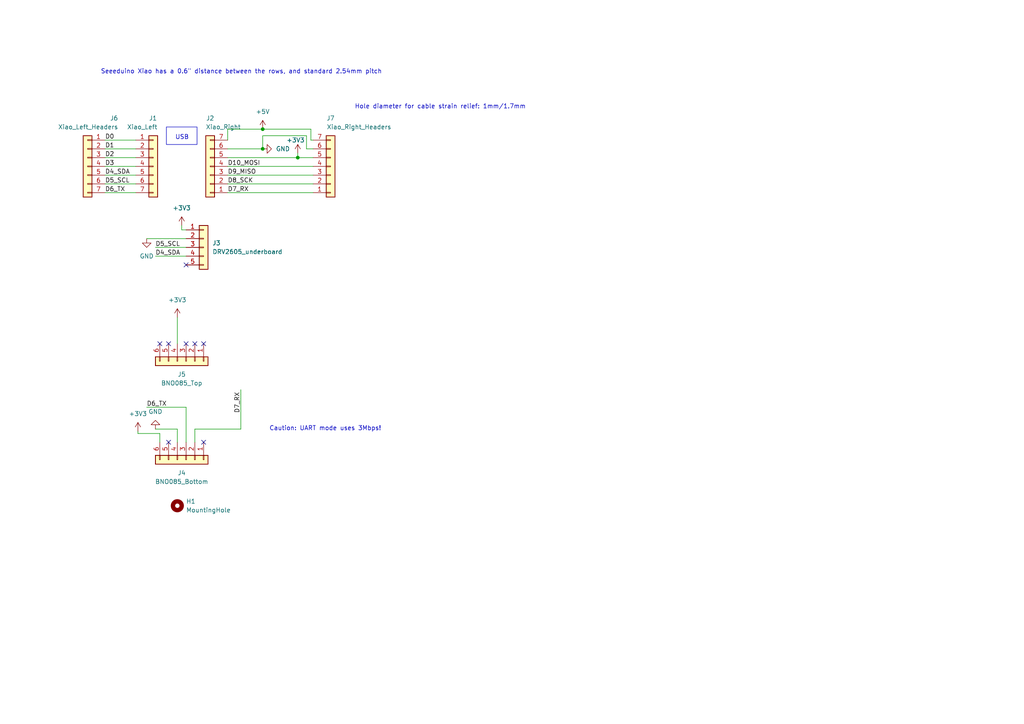
<source format=kicad_sch>
(kicad_sch (version 20231120) (generator "eeschema") (generator_version "8.0")
  (paper "A4")
  (lib_symbols
    (symbol "Connector_Generic:Conn_01x05" (pin_names (offset 1.016) hide)
      (property "Reference" "J" (at 0 7.62 0))
      (property "Value" "Conn_01x05" (at 0 -7.62 0))
      (symbol "Conn_01x05_1_1"
        (rectangle (start -1.27 -4.953) (end 0 -5.207) (stroke (width 0.1524)))
        (rectangle (start -1.27 -2.413) (end 0 -2.667) (stroke (width 0.1524)))
        (rectangle (start -1.27 0.127) (end 0 -0.127) (stroke (width 0.1524)))
        (rectangle (start -1.27 2.667) (end 0 2.413) (stroke (width 0.1524)))
        (rectangle (start -1.27 5.207) (end 0 4.953) (stroke (width 0.1524)))
        (rectangle (start -1.27 6.35) (end 1.27 -6.35) (stroke (width 0.254)) (fill (type background)))
        (pin passive line (at -5.08 5.08 0) (length 3.81) (name "Pin_1") (number "1"))
        (pin passive line (at -5.08 2.54 0) (length 3.81) (name "Pin_2") (number "2"))
        (pin passive line (at -5.08 0 0) (length 3.81) (name "Pin_3") (number "3"))
        (pin passive line (at -5.08 -2.54 0) (length 3.81) (name "Pin_4") (number "4"))
        (pin passive line (at -5.08 -5.08 0) (length 3.81) (name "Pin_5") (number "5"))
      )
    )
    (symbol "Connector_Generic:Conn_01x06" (pin_names (offset 1.016) hide)
      (property "Reference" "J" (at 0 7.62 0))
      (property "Value" "Conn_01x06" (at 0 -10.16 0))
      (symbol "Conn_01x06_1_1"
        (rectangle (start -1.27 -7.493) (end 0 -7.747) (stroke (width 0.1524)))
        (rectangle (start -1.27 -4.953) (end 0 -5.207) (stroke (width 0.1524)))
        (rectangle (start -1.27 -2.413) (end 0 -2.667) (stroke (width 0.1524)))
        (rectangle (start -1.27 0.127) (end 0 -0.127) (stroke (width 0.1524)))
        (rectangle (start -1.27 2.667) (end 0 2.413) (stroke (width 0.1524)))
        (rectangle (start -1.27 5.207) (end 0 4.953) (stroke (width 0.1524)))
        (rectangle (start -1.27 6.35) (end 1.27 -8.89) (stroke (width 0.254)) (fill (type background)))
        (pin passive line (at -5.08 5.08 0) (length 3.81) (name "Pin_1") (number "1"))
        (pin passive line (at -5.08 2.54 0) (length 3.81) (name "Pin_2") (number "2"))
        (pin passive line (at -5.08 0 0) (length 3.81) (name "Pin_3") (number "3"))
        (pin passive line (at -5.08 -2.54 0) (length 3.81) (name "Pin_4") (number "4"))
        (pin passive line (at -5.08 -5.08 0) (length 3.81) (name "Pin_5") (number "5"))
        (pin passive line (at -5.08 -7.62 0) (length 3.81) (name "Pin_6") (number "6"))
      )
    )
    (symbol "Connector_Generic:Conn_01x07" (pin_names (offset 1.016) hide)
      (property "Reference" "J" (at 0 10.16 0))
      (property "Value" "Conn_01x07" (at 0 -10.16 0))
      (symbol "Conn_01x07_1_1"
        (rectangle (start -1.27 -7.493) (end 0 -7.747) (stroke (width 0.1524)))
        (rectangle (start -1.27 -4.953) (end 0 -5.207) (stroke (width 0.1524)))
        (rectangle (start -1.27 -2.413) (end 0 -2.667) (stroke (width 0.1524)))
        (rectangle (start -1.27 0.127) (end 0 -0.127) (stroke (width 0.1524)))
        (rectangle (start -1.27 2.667) (end 0 2.413) (stroke (width 0.1524)))
        (rectangle (start -1.27 5.207) (end 0 4.953) (stroke (width 0.1524)))
        (rectangle (start -1.27 7.747) (end 0 7.493) (stroke (width 0.1524)))
        (rectangle (start -1.27 8.89) (end 1.27 -8.89) (stroke (width 0.254)) (fill (type background)))
        (pin passive line (at -5.08 7.62 0) (length 3.81) (name "Pin_1") (number "1"))
        (pin passive line (at -5.08 5.08 0) (length 3.81) (name "Pin_2") (number "2"))
        (pin passive line (at -5.08 2.54 0) (length 3.81) (name "Pin_3") (number "3"))
        (pin passive line (at -5.08 0 0) (length 3.81) (name "Pin_4") (number "4"))
        (pin passive line (at -5.08 -2.54 0) (length 3.81) (name "Pin_5") (number "5"))
        (pin passive line (at -5.08 -5.08 0) (length 3.81) (name "Pin_6") (number "6"))
        (pin passive line (at -5.08 -7.62 0) (length 3.81) (name "Pin_7") (number "7"))
      )
    )
    (symbol "Mechanical:MountingHole" (pin_names (offset 1.016))
      (property "Reference" "H" (at 0 5.08 0))
      (property "Value" "MountingHole" (at 0 3.175 0))
      (symbol "MountingHole_0_1"
        (circle (center 0 0) (radius 1.27) (stroke (width 1.27)))
      )
    )
    (symbol "power:+3V3" (power) (pin_names (offset 0))
      (property "Value" "+3V3" (at 0 3.556 0))
      (symbol "+3V3_0_1"
        (polyline (pts (xy -0.762 1.27) (xy 0 2.54)))
        (polyline (pts (xy 0 0) (xy 0 2.54)))
        (polyline (pts (xy 0 2.54) (xy 0.762 1.27)))
      )
      (symbol "+3V3_1_1"
        (pin power_in line (at 0 0 90) (length 0) hide (name "+3V3") (number "1"))
      )
    )
    (symbol "power:+5V" (power) (pin_names (offset 0))
      (property "Value" "+5V" (at 0 3.556 0))
      (symbol "+5V_0_1"
        (polyline (pts (xy -0.762 1.27) (xy 0 2.54)))
        (polyline (pts (xy 0 0) (xy 0 2.54)))
        (polyline (pts (xy 0 2.54) (xy 0.762 1.27)))
      )
      (symbol "+5V_1_1"
        (pin power_in line (at 0 0 90) (length 0) hide (name "+5V") (number "1"))
      )
    )
    (symbol "power:GND" (power) (pin_names (offset 0))
      (property "Value" "GND" (at 0 -3.81 0))
      (symbol "GND_0_1"
        (polyline (pts (xy 0 0) (xy 0 -1.27) (xy 1.27 -1.27) (xy 0 -2.54) (xy -1.27 -1.27) (xy 0 -1.27)))
      )
      (symbol "GND_1_1"
        (pin power_in line (at 0 0 270) (length 0) hide (name "GND") (number "1"))
      )
    )
  )
  (junction (at 76.2 37.465))
  (junction (at 76.2 43.18))
  (junction (at 86.36 45.72))
  (no_connect (at 46.355 99.695))
  (no_connect (at 59.055 128.27))
  (no_connect (at 48.895 128.27))
  (no_connect (at 56.515 99.695))
  (no_connect (at 59.055 99.695))
  (no_connect (at 53.975 99.695))
  (no_connect (at 53.975 76.835))
  (no_connect (at 48.895 99.695))
  (wire (pts (xy 90.17 37.465) (xy 76.2 37.465)))
  (wire (pts (xy 88.9 39.37) (xy 76.2 39.37)))
  (wire (pts (xy 66.04 43.18) (xy 76.2 43.18)))
  (wire (pts (xy 30.48 55.88) (xy 39.37 55.88)))
  (wire (pts (xy 30.48 53.34) (xy 39.37 53.34)))
  (wire (pts (xy 69.85 113.03) (xy 69.85 124.46)))
  (wire (pts (xy 45.085 124.46) (xy 51.435 124.46)))
  (wire (pts (xy 90.805 43.18) (xy 88.9 43.18)))
  (wire (pts (xy 66.04 53.34) (xy 90.805 53.34)))
  (wire (pts (xy 66.04 37.465) (xy 76.2 37.465)))
  (wire (pts (xy 52.705 66.675) (xy 52.705 65.405)))
  (wire (pts (xy 66.04 50.8) (xy 90.805 50.8)))
  (wire (pts (xy 90.805 40.64) (xy 90.17 40.64)))
  (wire (pts (xy 45.085 71.755) (xy 53.975 71.755)))
  (wire (pts (xy 30.48 45.72) (xy 39.37 45.72)))
  (wire (pts (xy 51.435 92.075) (xy 51.435 99.695)))
  (wire (pts (xy 86.36 45.72) (xy 90.805 45.72)))
  (wire (pts (xy 53.975 66.675) (xy 52.705 66.675)))
  (wire (pts (xy 66.04 45.72) (xy 86.36 45.72)))
  (wire (pts (xy 40.005 125.095) (xy 40.005 125.73)))
  (wire (pts (xy 88.9 43.18) (xy 88.9 39.37)))
  (wire (pts (xy 53.975 118.11) (xy 53.975 128.27)))
  (wire (pts (xy 30.48 48.26) (xy 39.37 48.26)))
  (wire (pts (xy 86.36 45.72) (xy 86.36 44.45)))
  (wire (pts (xy 45.085 74.295) (xy 53.975 74.295)))
  (wire (pts (xy 56.515 124.46) (xy 69.85 124.46)))
  (wire (pts (xy 66.04 40.64) (xy 66.04 37.465)))
  (wire (pts (xy 51.435 124.46) (xy 51.435 128.27)))
  (wire (pts (xy 42.545 69.215) (xy 53.975 69.215)))
  (wire (pts (xy 40.005 125.73) (xy 46.355 125.73)))
  (wire (pts (xy 30.48 40.64) (xy 39.37 40.64)))
  (wire (pts (xy 56.515 124.46) (xy 56.515 128.27)))
  (wire (pts (xy 66.04 48.26) (xy 90.805 48.26)))
  (wire (pts (xy 76.2 39.37) (xy 76.2 43.18)))
  (wire (pts (xy 66.04 55.88) (xy 90.805 55.88)))
  (wire (pts (xy 46.355 125.73) (xy 46.355 128.27)))
  (wire (pts (xy 30.48 43.18) (xy 39.37 43.18)))
  (wire (pts (xy 42.545 118.11) (xy 53.975 118.11)))
  (wire (pts (xy 90.17 40.64) (xy 90.17 37.465)))
  (wire (pts (xy 30.48 50.8) (xy 39.37 50.8)))
  (rectangle (start 48.26 36.83) (end 57.15 41.91))
  (text "USB" (at 50.8 40.64 0) (effects (font (size 1.27 1.27)) (justify left bottom)))
  (text "Seeeduino Xiao has a 0.6\" distance between the rows, and standard 2.54mm pitch" (at 29.21 21.59 0) (effects (font (size 1.27 1.27)) (justify left bottom)))
  (text "Hole diameter for cable strain relief: 1mm/1.7mm" (at 102.87 31.75 0) (effects (font (size 1.27 1.27)) (justify left bottom)))
  (text "Caution: UART mode uses 3Mbps!" (at 78.105 125.095 0) (effects (font (size 1.27 1.27)) (justify left bottom)))
  (label "D6_TX" (at 30.48 55.88 0))
  (label "D8_SCK" (at 66.04 53.34 0))
  (label "D3" (at 30.48 48.26 0))
  (label "D6_TX" (at 42.545 118.11 0))
  (label "D9_MISO" (at 66.04 50.8 0))
  (label "D4_SDA" (at 30.48 50.8 0))
  (label "D5_SCL" (at 45.085 71.755 0))
  (label "D1" (at 30.48 43.18 0))
  (label "D5_SCL" (at 30.48 53.34 0))
  (label "D4_SDA" (at 45.085 74.295 0))
  (label "D10_MOSI" (at 66.04 48.26 0))
  (label "D7_RX" (at 69.85 113.665 270))
  (label "D0" (at 30.48 40.64 0))
  (label "D7_RX" (at 66.04 55.88 0))
  (label "D2" (at 30.48 45.72 0))
  (symbol (lib_id "power:GND") (at 76.2 43.18 90) (unit 1)
    (property "Reference" "#PWR02" (effects (hide yes)))
    (property "Value" "GND" (at 80.01 43.18 90) (effects (justify right)))
  )
  (symbol (lib_id "power:+3V3") (at 40.005 125.095 0) (unit 1)
    (property "Reference" "#PWR06" (effects (hide yes)))
    (property "Value" "+3V3" (at 40.005 120.015 0))
  )
  (symbol (lib_id "power:GND") (at 42.545 69.215 0) (unit 1)
    (property "Reference" "#PWR05" (effects (hide yes)))
    (property "Value" "GND" (at 42.545 74.295 0))
  )
  (symbol (lib_id "power:+3V3") (at 86.36 44.45 0) (unit 1)
    (property "Reference" "#PWR03" (effects (hide yes)))
    (property "Value" "+3V3" (at 85.725 40.64 0))
  )
  (symbol (lib_id "Mechanical:MountingHole") (at 51.435 146.685 0) (unit 1)
    (property "Reference" "H1" (at 53.975 145.415 0) (effects (justify left)))
    (property "Value" "MountingHole" (at 53.975 147.955 0) (effects (justify left)))
    (property "Footprint" "MountingHole:MountingHole_3mm" (effects (hide yes)))
  )
  (symbol (lib_id "power:+3V3") (at 51.435 92.075 0) (unit 1)
    (property "Reference" "#PWR08" (effects (hide yes)))
    (property "Value" "+3V3" (at 51.435 86.995 0))
  )
  (symbol (lib_id "Connector_Generic:Conn_01x07") (at 95.885 48.26 0) (mirror x) (unit 1)
    (property "Reference" "J7" (at 95.885 34.29 0))
    (property "Value" "Xiao_Right_Headers" (at 104.14 36.83 0))
    (property "Footprint" "Connector_PinSocket_2.54mm:PinSocket_1x07_P2.54mm_Vertical" (effects (hide yes)))
  )
  (symbol (lib_id "Connector_Generic:Conn_01x07") (at 25.4 48.26 0) (mirror y) (unit 1)
    (property "Reference" "J6" (at 34.29 34.29 0) (effects (justify left)))
    (property "Value" "Xiao_Left_Headers" (at 34.29 36.83 0) (effects (justify left)))
    (property "Footprint" "Connector_PinSocket_2.54mm:PinSocket_1x07_P2.54mm_Vertical" (effects (hide yes)))
  )
  (symbol (lib_id "Connector_Generic:Conn_01x06") (at 53.975 104.775 270) (unit 1)
    (property "Reference" "J5" (at 52.705 108.585 90))
    (property "Value" "BNO085_Top" (at 52.705 111.125 90))
    (property "Footprint" "Connector_PinHeader_2.54mm:PinHeader_1x06_P2.54mm_Vertical" (effects (hide yes)))
  )
  (symbol (lib_id "power:+3V3") (at 52.705 65.405 0) (unit 1)
    (property "Reference" "#PWR04" (effects (hide yes)))
    (property "Value" "+3V3" (at 52.705 60.325 0))
  )
  (symbol (lib_id "power:+5V") (at 76.2 37.465 0) (unit 1)
    (property "Reference" "#PWR01" (effects (hide yes)))
    (property "Value" "+5V" (at 76.2 32.385 0))
  )
  (symbol (lib_id "Connector_Generic:Conn_01x07") (at 60.96 48.26 180) (unit 1)
    (property "Reference" "J2" (at 60.96 34.29 0))
    (property "Value" "Xiao_Right" (at 64.77 36.83 0))
    (property "Footprint" "Connector_PinSocket_2.54mm:PinSocket_1x07_P2.54mm_Vertical" (effects (hide yes)))
  )
  (symbol (lib_id "Connector_Generic:Conn_01x07") (at 44.45 48.26 0) (unit 1)
    (property "Reference" "J1" (at 43.18 34.29 0) (effects (justify left)))
    (property "Value" "Xiao_Left" (at 36.83 36.83 0) (effects (justify left)))
    (property "Footprint" "Connector_PinSocket_2.54mm:PinSocket_1x07_P2.54mm_Vertical" (effects (hide yes)))
  )
  (symbol (lib_id "power:GND") (at 45.085 124.46 180) (unit 1)
    (property "Reference" "#PWR07" (effects (hide yes)))
    (property "Value" "GND" (at 45.085 119.38 0))
  )
  (symbol (lib_id "Connector_Generic:Conn_01x05") (at 59.055 71.755 0) (unit 1)
    (property "Reference" "J3" (at 61.595 70.485 0) (effects (justify left)))
    (property "Value" "DRV2605_underboard" (at 61.595 73.025 0) (effects (justify left)))
    (property "Footprint" "Connector_PinHeader_2.54mm:PinHeader_1x05_P2.54mm_Vertical" (effects (hide yes)))
  )
  (symbol (lib_id "Connector_Generic:Conn_01x06") (at 53.975 133.35 270) (unit 1)
    (property "Reference" "J4" (at 52.705 137.16 90))
    (property "Value" "BNO085_Bottom" (at 52.705 139.7 90))
    (property "Footprint" "Connector_PinHeader_2.54mm:PinHeader_1x06_P2.54mm_Vertical" (effects (hide yes)))
  )
)
</source>
